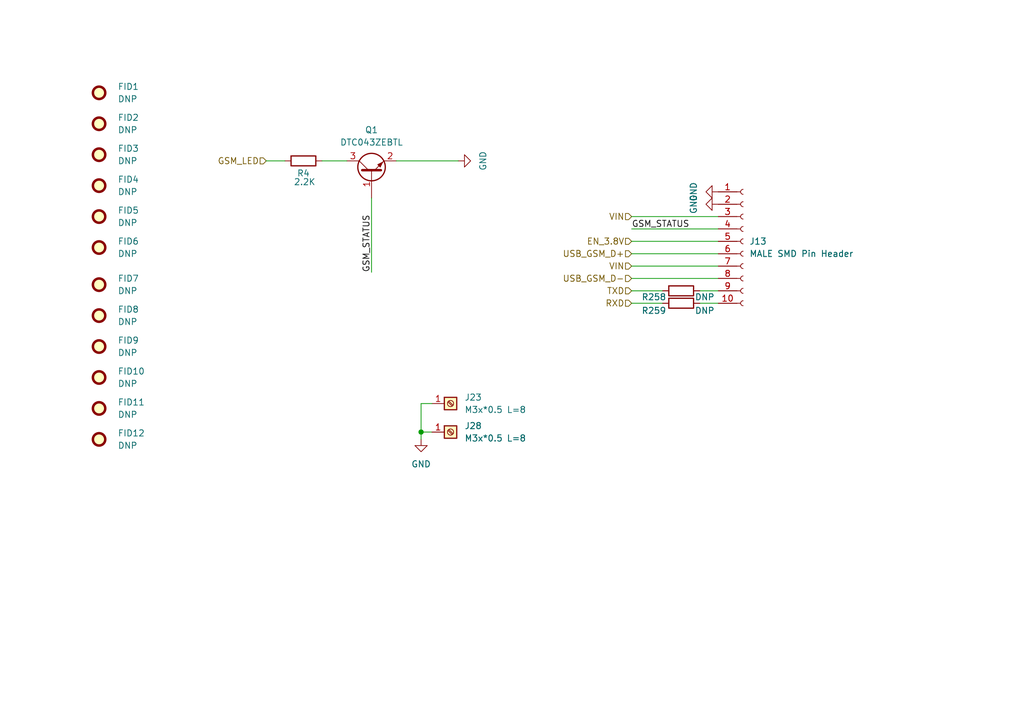
<source format=kicad_sch>
(kicad_sch (version 20231120) (generator "eeschema") (generator_version "8.0")
  (paper "A5")
  (title_block (company "SmartEQ Information Technologies"))
  (lib_symbols
    (symbol "Connector:Conn_01x10_Socket" (pin_names (offset 1.016) hide)
      (property "Reference" "J" (at 0 12.7 0))
      (property "Value" "Conn_01x10_Socket" (at 0 -15.24 0))
      (symbol "Conn_01x10_Socket_1_1"
        (arc (start 0 -12.192) (mid -0.5058 -12.7) (end 0 -13.208) (stroke (width 0.1524)))
        (arc (start 0 -9.652) (mid -0.5058 -10.16) (end 0 -10.668) (stroke (width 0.1524)))
        (arc (start 0 -7.112) (mid -0.5058 -7.62) (end 0 -8.128) (stroke (width 0.1524)))
        (arc (start 0 -4.572) (mid -0.5058 -5.08) (end 0 -5.588) (stroke (width 0.1524)))
        (arc (start 0 -2.032) (mid -0.5058 -2.54) (end 0 -3.048) (stroke (width 0.1524)))
        (polyline (pts (xy -1.27 -12.7) (xy -0.508 -12.7)) (stroke (width 0.1524)))
        (polyline (pts (xy -1.27 -10.16) (xy -0.508 -10.16)) (stroke (width 0.1524)))
        (polyline (pts (xy -1.27 -7.62) (xy -0.508 -7.62)) (stroke (width 0.1524)))
        (polyline (pts (xy -1.27 -5.08) (xy -0.508 -5.08)) (stroke (width 0.1524)))
        (polyline (pts (xy -1.27 -2.54) (xy -0.508 -2.54)) (stroke (width 0.1524)))
        (polyline (pts (xy -1.27 0) (xy -0.508 0)) (stroke (width 0.1524)))
        (polyline (pts (xy -1.27 2.54) (xy -0.508 2.54)) (stroke (width 0.1524)))
        (polyline (pts (xy -1.27 5.08) (xy -0.508 5.08)) (stroke (width 0.1524)))
        (polyline (pts (xy -1.27 7.62) (xy -0.508 7.62)) (stroke (width 0.1524)))
        (polyline (pts (xy -1.27 10.16) (xy -0.508 10.16)) (stroke (width 0.1524)))
        (arc (start 0 0.508) (mid -0.5058 0) (end 0 -0.508) (stroke (width 0.1524)))
        (arc (start 0 3.048) (mid -0.5058 2.54) (end 0 2.032) (stroke (width 0.1524)))
        (arc (start 0 5.588) (mid -0.5058 5.08) (end 0 4.572) (stroke (width 0.1524)))
        (arc (start 0 8.128) (mid -0.5058 7.62) (end 0 7.112) (stroke (width 0.1524)))
        (arc (start 0 10.668) (mid -0.5058 10.16) (end 0 9.652) (stroke (width 0.1524)))
        (pin passive line (at -5.08 10.16 0) (length 3.81) (name "Pin_1") (number "1"))
        (pin passive line (at -5.08 -12.7 0) (length 3.81) (name "Pin_10") (number "10"))
        (pin passive line (at -5.08 7.62 0) (length 3.81) (name "Pin_2") (number "2"))
        (pin passive line (at -5.08 5.08 0) (length 3.81) (name "Pin_3") (number "3"))
        (pin passive line (at -5.08 2.54 0) (length 3.81) (name "Pin_4") (number "4"))
        (pin passive line (at -5.08 0 0) (length 3.81) (name "Pin_5") (number "5"))
        (pin passive line (at -5.08 -2.54 0) (length 3.81) (name "Pin_6") (number "6"))
        (pin passive line (at -5.08 -5.08 0) (length 3.81) (name "Pin_7") (number "7"))
        (pin passive line (at -5.08 -7.62 0) (length 3.81) (name "Pin_8") (number "8"))
        (pin passive line (at -5.08 -10.16 0) (length 3.81) (name "Pin_9") (number "9"))
      )
    )
    (symbol "Connector:Screw_Terminal_01x01" (pin_names (offset 1.016) hide)
      (property "Reference" "J23" (at 2.8515 1.2701 0))
      (property "Value" "M3x*0.5 L=8" (at 2.8515 -1.2699 0))
      (symbol "Screw_Terminal_01x01_1_1"
        (rectangle (start -1.27 1.27) (end 1.27 -1.27) (stroke (width 0.254)) (fill (type background)))
        (polyline (pts (xy -0.5334 0.3302) (xy 0.3302 -0.508)) (stroke (width 0.1524)))
        (polyline (pts (xy -0.3556 0.508) (xy 0.508 -0.3302)) (stroke (width 0.1524)))
        (circle (center 0 0) (radius 0.635) (stroke (width 0.1524)))
        (pin input line (at -3.81 0 0) (length 2.54) (name "1") (number "1"))
      )
    )
    (symbol "Device:R" (pin_numbers hide) (pin_names (offset 0))
      (property "Reference" "R" (at 2.032 0 90))
      (property "Value" "R" (at 0 0 90))
      (symbol "R_0_1"
        (rectangle (start -1.016 -2.54) (end 1.016 2.54) (stroke (width 0.254)))
      )
      (symbol "R_1_1"
        (pin passive line (at 0 3.81 270) (length 1.27) (name "~") (number "1"))
        (pin passive line (at 0 -3.81 90) (length 1.27) (name "~") (number "2"))
      )
    )
    (symbol "Mechanical:Fiducial"
      (property "Reference" "FID" (at 0 5.08 0))
      (property "Value" "Fiducial" (at 0 3.175 0))
      (symbol "Fiducial_0_1"
        (circle (center 0 0) (radius 1.27) (stroke (width 0.508)) (fill (type background)))
      )
    )
    (symbol "Screw_Terminal_01x01_1" (pin_names (offset 1.016) hide)
      (property "Reference" "J28" (at 2.8515 1.2701 0))
      (property "Value" "M3x*0.5 L=8" (at 2.8515 -1.2699 0))
      (symbol "Screw_Terminal_01x01_1_1_1"
        (rectangle (start -1.27 1.27) (end 1.27 -1.27) (stroke (width 0.254)) (fill (type background)))
        (polyline (pts (xy -0.5334 0.3302) (xy 0.3302 -0.508)) (stroke (width 0.1524)))
        (polyline (pts (xy -0.3556 0.508) (xy 0.508 -0.3302)) (stroke (width 0.1524)))
        (circle (center 0 0) (radius 0.635) (stroke (width 0.1524)))
        (pin input line (at -3.81 0 0) (length 2.54) (name "1") (number "1"))
      )
    )
    (symbol "Transistor_BJT:2N3055" (pin_names (offset 0) hide)
      (property "Reference" "Q" (at 5.08 1.905 0))
      (property "Value" "2N3055" (at 5.08 0 0))
      (symbol "2N3055_0_1"
        (polyline (pts (xy 0.635 0.635) (xy 2.54 2.54)))
        (polyline (pts (xy 0.635 -0.635) (xy 2.54 -2.54) (xy 2.54 -2.54)))
        (polyline (pts (xy 0.635 1.905) (xy 0.635 -1.905) (xy 0.635 -1.905)) (stroke (width 0.508)))
        (polyline (pts (xy 1.27 -1.778) (xy 1.778 -1.27) (xy 2.286 -2.286) (xy 1.27 -1.778) (xy 1.27 -1.778)) (fill (type outline)))
        (circle (center 1.27 0) (radius 2.8194) (stroke (width 0.254)))
      )
      (symbol "2N3055_1_1"
        (pin input line (at -5.08 0 0) (length 5.715) (name "B") (number "1"))
        (pin passive line (at 2.54 -5.08 90) (length 2.54) (name "E") (number "2"))
        (pin passive line (at 2.54 5.08 270) (length 2.54) (name "C") (number "3"))
      )
    )
    (symbol "power:GND" (power) (pin_names (offset 0))
      (property "Value" "GND" (at 0 -3.81 0))
      (symbol "GND_0_1"
        (polyline (pts (xy 0 0) (xy 0 -1.27) (xy 1.27 -1.27) (xy 0 -2.54) (xy -1.27 -1.27) (xy 0 -1.27)))
      )
      (symbol "GND_1_1"
        (pin power_in line (at 0 0 270) (length 0) hide (name "GND") (number "1"))
      )
    )
  )
  (junction (at 86.36 88.667))
  (wire (pts (xy 66.04 33.02) (xy 71.12 33.02)))
  (wire (pts (xy 86.36 82.8168) (xy 88.5885 82.8168)))
  (wire (pts (xy 129.54 44.45) (xy 147.32 44.45)))
  (wire (pts (xy 129.54 54.61) (xy 147.32 54.61)))
  (wire (pts (xy 76.2 55.88) (xy 76.2 40.64)))
  (wire (pts (xy 143.51 62.23) (xy 147.32 62.23)))
  (wire (pts (xy 58.42 33.02) (xy 54.61 33.02)))
  (wire (pts (xy 81.28 33.02) (xy 93.98 33.02)))
  (wire (pts (xy 129.54 49.53) (xy 147.32 49.53)))
  (wire (pts (xy 129.54 46.99) (xy 147.32 46.99)))
  (wire (pts (xy 143.51 59.69) (xy 147.32 59.69)))
  (wire (pts (xy 129.54 52.07) (xy 147.32 52.07)))
  (wire (pts (xy 86.36 88.667) (xy 86.36 82.8168)))
  (wire (pts (xy 129.54 57.15) (xy 147.32 57.15)))
  (wire (pts (xy 129.54 59.69) (xy 135.89 59.69)))
  (wire (pts (xy 86.36 90.17) (xy 86.36 88.667)))
  (wire (pts (xy 129.54 62.23) (xy 135.89 62.23)))
  (wire (pts (xy 86.36 88.667) (xy 88.5885 88.667)))
  (label "GSM_STATUS" (at 129.54 46.99 0))
  (label "GSM_STATUS" (at 76.2 55.88 90))
  (hierarchical_label "GSM_LED" (shape input) (at 54.61 33.02 180))
  (hierarchical_label "EN_3.8V" (shape input) (at 129.54 49.53 180))
  (hierarchical_label "VIN" (shape input) (at 129.54 44.45 180))
  (hierarchical_label "RXD" (shape input) (at 129.54 62.23 180))
  (hierarchical_label "TXD" (shape input) (at 129.54 59.69 180))
  (hierarchical_label "VIN" (shape input) (at 129.54 54.61 180))
  (hierarchical_label "USB_GSM_D+" (shape input) (at 129.54 52.07 180))
  (hierarchical_label "USB_GSM_D-" (shape input) (at 129.54 57.15 180))
  (symbol (lib_id "Mechanical:Fiducial") (at 20.32 25.4 0) (unit 1)
    (property "Reference" "FID2" (at 24.13 24.1299 0) (effects (justify left)))
    (property "Value" "DNP" (at 24.13 26.6699 0) (effects (justify left)))
    (property "Footprint" "Fiducial:Fiducial_0.5mm_Mask1mm" (effects (hide yes)))
    (property "Description" "Fiducial Marker" (effects (hide yes)))
  )
  (symbol (lib_id "Connector:Conn_01x10_Socket") (at 152.4 49.53 0) (unit 1)
    (property "Reference" "J13" (at 153.67 49.5299 0) (effects (justify left)))
    (property "Value" "MALE SMD Pin Header" (at 153.67 52.0699 0) (effects (justify left)))
    (property "Footprint" "Connector_PinSocket_2.00mm:PinSocket_2x05_P2.00mm_Vertical_SMD" (effects (hide yes)))
    (property "Description" "Generic connector, single row, 01x10, script generated" (effects (hide yes)))
    (property "MPN" "2.0mm 2*5p 贴片排针" (effects (hide yes)))
  )
  (symbol (lib_id "Mechanical:Fiducial") (at 20.32 77.47 0) (unit 1)
    (property "Reference" "FID10" (at 24.13 76.1999 0) (effects (justify left)))
    (property "Value" "DNP" (at 24.13 78.7399 0) (effects (justify left)))
    (property "Footprint" "Fiducial:Fiducial_0.5mm_Mask1mm" (effects (hide yes)))
    (property "Description" "Fiducial Marker" (effects (hide yes)))
  )
  (symbol (lib_id "Device:R") (at 139.7 62.23 270) (unit 1)
    (property "Reference" "R259" (at 134.112 63.754 90))
    (property "Value" "DNP" (at 144.526 63.754 90))
    (property "Footprint" "Resistor_SMD:R_0603_1608Metric" (effects (hide yes)))
  )
  (symbol (lib_id "power:GND") (at 93.98 33.02 90) (unit 1)
    (property "Reference" "#PWR047" (effects (hide yes)))
    (property "Value" "GND" (at 99.06 33.02 0))
  )
  (symbol (lib_id "Mechanical:Fiducial") (at 20.32 58.42 0) (unit 1)
    (property "Reference" "FID7" (at 24.13 57.1499 0) (effects (justify left)))
    (property "Value" "DNP" (at 24.13 59.6899 0) (effects (justify left)))
    (property "Footprint" "Fiducial:Fiducial_0.5mm_Mask1mm" (effects (hide yes)))
    (property "Description" "Fiducial Marker" (effects (hide yes)))
  )
  (symbol (lib_name "Screw_Terminal_01x01_1") (lib_id "Connector:Screw_Terminal_01x01") (at 92.3985 88.667 0) (unit 1)
    (property "Reference" "J28" (at 95.25 87.3969 0) (effects (justify left)))
    (property "Value" "M3x*0.5 L=8" (at 95.25 89.9369 0) (effects (justify left)))
    (property "Footprint" "Footprint:Screw Terminal Shinbo" (effects (hide yes)))
    (property "Description" "Board mounting elevator    M3 hole size, 4 pins PCB-64-M3" (effects (hide yes)))
    (property "MPN" "SMTSO-M3-8ET" (effects (hide yes)))
  )
  (symbol (lib_id "Transistor_BJT:2N3055") (at 76.2 35.56 90) (unit 1)
    (property "Reference" "Q1" (at 76.2 26.67 90))
    (property "Value" "DTC043ZEBTL" (at 76.2 29.21 90))
    (property "Footprint" "Package_TO_SOT_SMD:SOT-416" (effects (hide yes)))
    (property "MPN" "DTC043ZEBTL" (effects (hide yes)))
  )
  (symbol (lib_id "Mechanical:Fiducial") (at 20.32 44.45 0) (unit 1)
    (property "Reference" "FID5" (at 24.13 43.1799 0) (effects (justify left)))
    (property "Value" "DNP" (at 24.13 45.7199 0) (effects (justify left)))
    (property "Footprint" "Fiducial:Fiducial_0.5mm_Mask1mm" (effects (hide yes)))
    (property "Description" "Fiducial Marker" (effects (hide yes)))
  )
  (symbol (lib_id "Mechanical:Fiducial") (at 20.32 90.17 0) (unit 1)
    (property "Reference" "FID12" (at 24.13 88.8999 0) (effects (justify left)))
    (property "Value" "DNP" (at 24.13 91.4399 0) (effects (justify left)))
    (property "Footprint" "Fiducial:Fiducial_0.5mm_Mask1mm" (effects (hide yes)))
    (property "Description" "Fiducial Marker" (effects (hide yes)))
  )
  (symbol (lib_id "Mechanical:Fiducial") (at 20.32 31.75 0) (unit 1)
    (property "Reference" "FID3" (at 24.13 30.4799 0) (effects (justify left)))
    (property "Value" "DNP" (at 24.13 33.0199 0) (effects (justify left)))
    (property "Footprint" "Fiducial:Fiducial_0.5mm_Mask1mm" (effects (hide yes)))
    (property "Description" "Fiducial Marker" (effects (hide yes)))
  )
  (symbol (lib_id "power:GND") (at 147.32 39.37 270) (unit 1)
    (property "Reference" "#PWR0142" (effects (hide yes)))
    (property "Value" "GND" (at 142.24 39.37 0))
  )
  (symbol (lib_id "Device:R") (at 139.7 59.69 270) (unit 1)
    (property "Reference" "R258" (at 134.112 60.96 90))
    (property "Value" "DNP" (at 144.526 60.96 90))
    (property "Footprint" "Resistor_SMD:R_0603_1608Metric" (effects (hide yes)))
  )
  (symbol (lib_id "power:GND") (at 147.32 41.91 270) (unit 1)
    (property "Reference" "#PWR05" (effects (hide yes)))
    (property "Value" "GND" (at 142.24 41.91 0))
  )
  (symbol (lib_id "Connector:Screw_Terminal_01x01") (at 92.3985 82.8168 0) (unit 1)
    (property "Reference" "J23" (at 95.25 81.5467 0) (effects (justify left)))
    (property "Value" "M3x*0.5 L=8" (at 95.25 84.0867 0) (effects (justify left)))
    (property "Footprint" "Footprint:Screw Terminal Shinbo" (effects (hide yes)))
    (property "Description" "Board mounting elevator    M3 hole size, 4 pins PCB-64-M3" (effects (hide yes)))
    (property "MPN" "SMTSO-M3-8ET" (effects (hide yes)))
  )
  (symbol (lib_id "Mechanical:Fiducial") (at 20.32 38.1 0) (unit 1)
    (property "Reference" "FID4" (at 24.13 36.8299 0) (effects (justify left)))
    (property "Value" "DNP" (at 24.13 39.3699 0) (effects (justify left)))
    (property "Footprint" "Fiducial:Fiducial_0.5mm_Mask1mm" (effects (hide yes)))
    (property "Description" "Fiducial Marker" (effects (hide yes)))
  )
  (symbol (lib_id "Mechanical:Fiducial") (at 20.32 50.8 0) (unit 1)
    (property "Reference" "FID6" (at 24.13 49.5299 0) (effects (justify left)))
    (property "Value" "DNP" (at 24.13 52.0699 0) (effects (justify left)))
    (property "Footprint" "Fiducial:Fiducial_0.5mm_Mask1mm" (effects (hide yes)))
    (property "Description" "Fiducial Marker" (effects (hide yes)))
  )
  (symbol (lib_id "Mechanical:Fiducial") (at 20.32 64.77 0) (unit 1)
    (property "Reference" "FID8" (at 24.13 63.4999 0) (effects (justify left)))
    (property "Value" "DNP" (at 24.13 66.0399 0) (effects (justify left)))
    (property "Footprint" "Fiducial:Fiducial_0.5mm_Mask1mm" (effects (hide yes)))
    (property "Description" "Fiducial Marker" (effects (hide yes)))
  )
  (symbol (lib_id "Mechanical:Fiducial") (at 20.32 71.12 0) (unit 1)
    (property "Reference" "FID9" (at 24.13 69.8499 0) (effects (justify left)))
    (property "Value" "DNP" (at 24.13 72.3899 0) (effects (justify left)))
    (property "Footprint" "Fiducial:Fiducial_0.5mm_Mask1mm" (effects (hide yes)))
    (property "Description" "Fiducial Marker" (effects (hide yes)))
  )
  (symbol (lib_id "power:GND") (at 86.36 90.17 0) (unit 1)
    (property "Reference" "#PWR0109" (effects (hide yes)))
    (property "Value" "GND" (at 86.36 95.25 0))
  )
  (symbol (lib_id "Mechanical:Fiducial") (at 20.32 83.82 0) (unit 1)
    (property "Reference" "FID11" (at 24.13 82.5499 0) (effects (justify left)))
    (property "Value" "DNP" (at 24.13 85.0899 0) (effects (justify left)))
    (property "Footprint" "Fiducial:Fiducial_0.5mm_Mask1mm" (effects (hide yes)))
    (property "Description" "Fiducial Marker" (effects (hide yes)))
  )
  (symbol (lib_id "Mechanical:Fiducial") (at 20.32 19.05 0) (unit 1)
    (property "Reference" "FID1" (at 24.13 17.7799 0) (effects (justify left)))
    (property "Value" "DNP" (at 24.13 20.3199 0) (effects (justify left)))
    (property "Footprint" "Fiducial:Fiducial_0.5mm_Mask1mm" (effects (hide yes)))
    (property "Description" "Fiducial Marker" (effects (hide yes)))
  )
  (symbol (lib_id "Device:R") (at 62.23 33.02 270) (unit 1)
    (property "Reference" "R4" (at 62.23 35.56 90))
    (property "Value" "2.2K" (at 62.484 37.338 90))
    (property "Footprint" "Resistor_SMD:R_0603_1608Metric" (effects (hide yes)))
    (property "MPN" "0603WAF2201T5E" (effects (hide yes)))
  )
)
</source>
